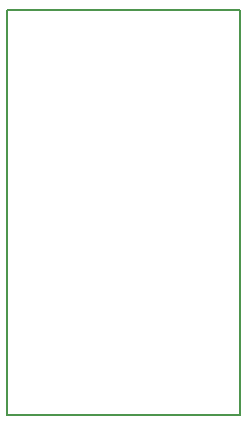
<source format=gbr>
G04 #@! TF.GenerationSoftware,KiCad,Pcbnew,(5.0.2)-1*
G04 #@! TF.CreationDate,2020-10-12T20:59:33+02:00*
G04 #@! TF.ProjectId,TinkerShieldPaddle,54696e6b-6572-4536-9869-656c64506164,rev?*
G04 #@! TF.SameCoordinates,Original*
G04 #@! TF.FileFunction,Profile,NP*
%FSLAX46Y46*%
G04 Gerber Fmt 4.6, Leading zero omitted, Abs format (unit mm)*
G04 Created by KiCad (PCBNEW (5.0.2)-1) date 12.10.2020 20:59:33*
%MOMM*%
%LPD*%
G01*
G04 APERTURE LIST*
%ADD10C,0.150000*%
G04 APERTURE END LIST*
D10*
X170000000Y-152250000D02*
X170000000Y-149750000D01*
X150250000Y-152250000D02*
X170000000Y-152250000D01*
X150250000Y-149750000D02*
X150250000Y-152250000D01*
X152250000Y-118000000D02*
X150250000Y-118000000D01*
X170000000Y-118000000D02*
X168000000Y-118000000D01*
X150250000Y-118000000D02*
X150250000Y-149750000D01*
X168000000Y-118000000D02*
X152250000Y-118000000D01*
X170000000Y-118000000D02*
X170000000Y-149750000D01*
M02*

</source>
